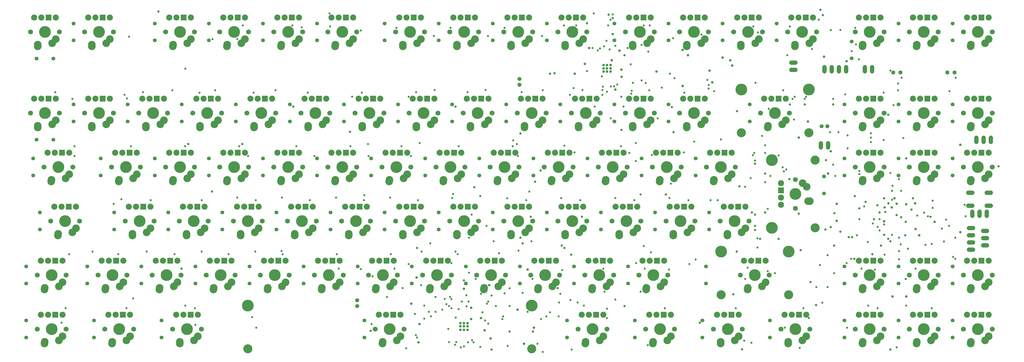
<source format=gbr>
G75*
%MOIN*%
%OFA0B0*%
%FSLAX25Y25*%
%IPPOS*%
%LPD*%
%AMOC8*
5,1,8,0,0,1.08239X$1,22.5*
%
%ADD10C,0.06165*%
%ADD11C,0.16339*%
%ADD12C,0.06890*%
%ADD13C,0.10591*%
%ADD14C,0.08465*%
%ADD15R,0.08465X0.08465*%
%ADD16C,0.12598*%
%ADD17OC8,0.05591*%
%ADD18C,0.05591*%
%ADD19C,0.05315*%
%ADD20OC8,0.05365*%
%ADD21C,0.03471*%
%ADD22OC8,0.03471*%
%ADD23C,0.02953*%
%ADD24C,0.02972*%
%ADD25C,0.03172*%
D10*
X1110089Y0289465D02*
X1110089Y0295039D01*
X1120089Y0295039D02*
X1120089Y0289465D01*
X1314438Y0226275D02*
X1320012Y0226275D01*
X1340038Y0226275D02*
X1345612Y0226275D01*
X1345612Y0208475D02*
X1340038Y0208475D01*
X1340025Y0200162D02*
X1340025Y0194588D01*
X1330025Y0194588D02*
X1330025Y0200162D01*
X1320025Y0200162D02*
X1320025Y0194588D01*
X1320012Y0208475D02*
X1314438Y0208475D01*
X1315313Y0177380D02*
X1320888Y0177380D01*
X1334802Y0173310D02*
X1340376Y0173310D01*
X1340376Y0163310D02*
X1334802Y0163310D01*
X1320888Y0167380D02*
X1315313Y0167380D01*
X1315313Y0157380D02*
X1320888Y0157380D01*
X1334802Y0153310D02*
X1340376Y0153310D01*
X1320888Y0147380D02*
X1315313Y0147380D01*
X1325650Y0297088D02*
X1325650Y0302662D01*
X1335650Y0302662D02*
X1335650Y0297088D01*
X1345650Y0297088D02*
X1345650Y0302662D01*
X1180901Y0395213D02*
X1180901Y0400787D01*
X1170901Y0400787D02*
X1170901Y0395213D01*
X1145089Y0395213D02*
X1145089Y0400787D01*
X1135089Y0400787D02*
X1135089Y0395213D01*
X1125089Y0395213D02*
X1125089Y0400787D01*
X1115089Y0400787D02*
X1115089Y0395213D01*
X1074550Y0397213D02*
X1068975Y0397213D01*
X1068975Y0407213D02*
X1074550Y0407213D01*
D11*
X1093298Y0369693D03*
X1046447Y0337252D03*
X0999597Y0369693D03*
X0933967Y0337252D03*
X0858967Y0337252D03*
X0783967Y0337252D03*
X0708967Y0337252D03*
X0633967Y0337252D03*
X0558967Y0337252D03*
X0483967Y0337252D03*
X0408967Y0337252D03*
X0333967Y0337252D03*
X0258967Y0337252D03*
X0183967Y0337252D03*
X0108967Y0337252D03*
X0033967Y0337252D03*
X0052707Y0262252D03*
X0146447Y0262252D03*
X0221447Y0262252D03*
X0296447Y0262252D03*
X0371447Y0262252D03*
X0446447Y0262252D03*
X0521447Y0262252D03*
X0596447Y0262252D03*
X0671447Y0262252D03*
X0746447Y0262252D03*
X0821447Y0262252D03*
X0896447Y0262252D03*
X0971447Y0262252D03*
X1042117Y0271602D03*
X1074557Y0224752D03*
X0990187Y0187252D03*
X1042117Y0177902D03*
X1065187Y0144693D03*
X1018337Y0112252D03*
X0971487Y0144693D03*
X0877707Y0112252D03*
X0802707Y0112252D03*
X0727707Y0112252D03*
X0652707Y0112252D03*
X0577707Y0112252D03*
X0502707Y0112252D03*
X0427707Y0112252D03*
X0352707Y0112252D03*
X0277707Y0112252D03*
X0202707Y0112252D03*
X0127707Y0112252D03*
X0043337Y0112252D03*
X0062077Y0187252D03*
X0165187Y0187252D03*
X0240187Y0187252D03*
X0315187Y0187252D03*
X0390187Y0187252D03*
X0465187Y0187252D03*
X0540187Y0187252D03*
X0615187Y0187252D03*
X0690187Y0187252D03*
X0765187Y0187252D03*
X0840187Y0187252D03*
X0915187Y0187252D03*
X1177707Y0262252D03*
X1252707Y0262252D03*
X1327707Y0262252D03*
X1327707Y0337252D03*
X1252707Y0337252D03*
X1177707Y0337252D03*
X1177707Y0449752D03*
X1252707Y0449752D03*
X1327707Y0449752D03*
X1083967Y0449752D03*
X1008967Y0449752D03*
X0933967Y0449752D03*
X0858967Y0449752D03*
X0765187Y0449752D03*
X0690187Y0449752D03*
X0615187Y0449752D03*
X0540187Y0449752D03*
X0446447Y0449752D03*
X0371447Y0449752D03*
X0296447Y0449752D03*
X0221447Y0449752D03*
X0108967Y0449752D03*
X0033967Y0449752D03*
X0315227Y0069693D03*
X0230817Y0037252D03*
X0137077Y0037252D03*
X0043337Y0037252D03*
X0512077Y0037252D03*
X0708928Y0069693D03*
X0793337Y0037252D03*
X0887077Y0037252D03*
X0980817Y0037252D03*
X1074557Y0037252D03*
X1177707Y0037252D03*
X1252707Y0037252D03*
X1327707Y0037252D03*
X1327707Y0112252D03*
X1252707Y0112252D03*
X1177707Y0112252D03*
D12*
X1197707Y0112252D03*
X1232707Y0112252D03*
X1272707Y0112252D03*
X1307707Y0112252D03*
X1347707Y0112252D03*
X1157707Y0112252D03*
X1038337Y0112252D03*
X0998337Y0112252D03*
X0897707Y0112252D03*
X0857707Y0112252D03*
X0822707Y0112252D03*
X0782707Y0112252D03*
X0747707Y0112252D03*
X0707707Y0112252D03*
X0672707Y0112252D03*
X0632707Y0112252D03*
X0597707Y0112252D03*
X0557707Y0112252D03*
X0522707Y0112252D03*
X0482707Y0112252D03*
X0447707Y0112252D03*
X0407707Y0112252D03*
X0372707Y0112252D03*
X0332707Y0112252D03*
X0297707Y0112252D03*
X0257707Y0112252D03*
X0222707Y0112252D03*
X0182707Y0112252D03*
X0147707Y0112252D03*
X0107707Y0112252D03*
X0063337Y0112252D03*
X0023337Y0112252D03*
X0042077Y0187252D03*
X0082077Y0187252D03*
X0145187Y0187252D03*
X0185187Y0187252D03*
X0220187Y0187252D03*
X0260187Y0187252D03*
X0295187Y0187252D03*
X0335187Y0187252D03*
X0370187Y0187252D03*
X0410187Y0187252D03*
X0445187Y0187252D03*
X0485187Y0187252D03*
X0520187Y0187252D03*
X0560187Y0187252D03*
X0595187Y0187252D03*
X0635187Y0187252D03*
X0670187Y0187252D03*
X0710187Y0187252D03*
X0745187Y0187252D03*
X0785187Y0187252D03*
X0820187Y0187252D03*
X0860187Y0187252D03*
X0895187Y0187252D03*
X0935187Y0187252D03*
X0970187Y0187252D03*
X1010187Y0187252D03*
X1074557Y0204752D03*
X1074557Y0244752D03*
X0991447Y0262252D03*
X0951447Y0262252D03*
X0916447Y0262252D03*
X0876447Y0262252D03*
X0841447Y0262252D03*
X0801447Y0262252D03*
X0766447Y0262252D03*
X0726447Y0262252D03*
X0691447Y0262252D03*
X0651447Y0262252D03*
X0616447Y0262252D03*
X0576447Y0262252D03*
X0541447Y0262252D03*
X0501447Y0262252D03*
X0466447Y0262252D03*
X0426447Y0262252D03*
X0391447Y0262252D03*
X0351447Y0262252D03*
X0316447Y0262252D03*
X0276447Y0262252D03*
X0241447Y0262252D03*
X0201447Y0262252D03*
X0166447Y0262252D03*
X0126447Y0262252D03*
X0072707Y0262252D03*
X0032707Y0262252D03*
X0013967Y0337252D03*
X0053967Y0337252D03*
X0088967Y0337252D03*
X0128967Y0337252D03*
X0163967Y0337252D03*
X0203967Y0337252D03*
X0238967Y0337252D03*
X0278967Y0337252D03*
X0313967Y0337252D03*
X0353967Y0337252D03*
X0388967Y0337252D03*
X0428967Y0337252D03*
X0463967Y0337252D03*
X0503967Y0337252D03*
X0538967Y0337252D03*
X0578967Y0337252D03*
X0613967Y0337252D03*
X0653967Y0337252D03*
X0688967Y0337252D03*
X0728967Y0337252D03*
X0763967Y0337252D03*
X0803967Y0337252D03*
X0838967Y0337252D03*
X0878967Y0337252D03*
X0913967Y0337252D03*
X0953967Y0337252D03*
X1026447Y0337252D03*
X1066447Y0337252D03*
X1157707Y0337252D03*
X1197707Y0337252D03*
X1232707Y0337252D03*
X1272707Y0337252D03*
X1307707Y0337252D03*
X1347707Y0337252D03*
X1347707Y0262252D03*
X1307707Y0262252D03*
X1272707Y0262252D03*
X1232707Y0262252D03*
X1197707Y0262252D03*
X1157707Y0262252D03*
X1157707Y0449752D03*
X1197707Y0449752D03*
X1232707Y0449752D03*
X1272707Y0449752D03*
X1307707Y0449752D03*
X1347707Y0449752D03*
X1103967Y0449752D03*
X1063967Y0449752D03*
X1028967Y0449752D03*
X0988967Y0449752D03*
X0953967Y0449752D03*
X0913967Y0449752D03*
X0878967Y0449752D03*
X0838967Y0449752D03*
X0785187Y0449752D03*
X0745187Y0449752D03*
X0710187Y0449752D03*
X0670187Y0449752D03*
X0635187Y0449752D03*
X0595187Y0449752D03*
X0560187Y0449752D03*
X0520187Y0449752D03*
X0466447Y0449752D03*
X0426447Y0449752D03*
X0391447Y0449752D03*
X0351447Y0449752D03*
X0316447Y0449752D03*
X0276447Y0449752D03*
X0241447Y0449752D03*
X0201447Y0449752D03*
X0128967Y0449752D03*
X0088967Y0449752D03*
X0053967Y0449752D03*
X0013967Y0449752D03*
X0023337Y0037252D03*
X0063337Y0037252D03*
X0117077Y0037252D03*
X0157077Y0037252D03*
X0210817Y0037252D03*
X0250817Y0037252D03*
X0492077Y0037252D03*
X0532077Y0037252D03*
X0773337Y0037252D03*
X0813337Y0037252D03*
X0867077Y0037252D03*
X0907077Y0037252D03*
X0960817Y0037252D03*
X1000817Y0037252D03*
X1054557Y0037252D03*
X1094557Y0037252D03*
X1157707Y0037252D03*
X1197707Y0037252D03*
X1232707Y0037252D03*
X1272707Y0037252D03*
X1307707Y0037252D03*
X1347707Y0037252D03*
D13*
X0033337Y0017252D03*
X0033494Y0019535D03*
X0053180Y0021504D03*
X0058337Y0027252D03*
X0127235Y0019535D03*
X0127077Y0017252D03*
X0146920Y0021504D03*
X0152077Y0027252D03*
X0220975Y0019535D03*
X0220817Y0017252D03*
X0240660Y0021504D03*
X0245817Y0027252D03*
X0267707Y0092252D03*
X0267865Y0094535D03*
X0287550Y0096504D03*
X0292707Y0102252D03*
X0342865Y0094535D03*
X0342707Y0092252D03*
X0362550Y0096504D03*
X0367707Y0102252D03*
X0417865Y0094535D03*
X0417707Y0092252D03*
X0437550Y0096504D03*
X0442707Y0102252D03*
X0492865Y0094535D03*
X0492707Y0092252D03*
X0512550Y0096504D03*
X0517707Y0102252D03*
X0567865Y0094535D03*
X0567707Y0092252D03*
X0587550Y0096504D03*
X0592707Y0102252D03*
X0642865Y0094535D03*
X0642707Y0092252D03*
X0662550Y0096504D03*
X0667707Y0102252D03*
X0717865Y0094535D03*
X0717707Y0092252D03*
X0737550Y0096504D03*
X0742707Y0102252D03*
X0792865Y0094535D03*
X0792707Y0092252D03*
X0812550Y0096504D03*
X0817707Y0102252D03*
X0867865Y0094535D03*
X0867707Y0092252D03*
X0887550Y0096504D03*
X0892707Y0102252D03*
X1008494Y0094535D03*
X1008337Y0092252D03*
X1028180Y0096504D03*
X1033337Y0102252D03*
X1167707Y0092252D03*
X1167865Y0094535D03*
X1187550Y0096504D03*
X1192707Y0102252D03*
X1242865Y0094535D03*
X1242707Y0092252D03*
X1262550Y0096504D03*
X1267707Y0102252D03*
X1317865Y0094535D03*
X1317707Y0092252D03*
X1337550Y0096504D03*
X1342707Y0102252D03*
X1342707Y0027252D03*
X1337550Y0021504D03*
X1317865Y0019535D03*
X1317707Y0017252D03*
X1267707Y0027252D03*
X1262550Y0021504D03*
X1242865Y0019535D03*
X1242707Y0017252D03*
X1192707Y0027252D03*
X1187550Y0021504D03*
X1167865Y0019535D03*
X1167707Y0017252D03*
X1089557Y0027252D03*
X1084400Y0021504D03*
X1064715Y0019535D03*
X1064557Y0017252D03*
X0995817Y0027252D03*
X0990660Y0021504D03*
X0970975Y0019535D03*
X0970817Y0017252D03*
X0902077Y0027252D03*
X0896920Y0021504D03*
X0877235Y0019535D03*
X0877077Y0017252D03*
X0808337Y0027252D03*
X0803180Y0021504D03*
X0783494Y0019535D03*
X0783337Y0017252D03*
X0527077Y0027252D03*
X0521920Y0021504D03*
X0502235Y0019535D03*
X0502077Y0017252D03*
X0217707Y0102252D03*
X0212550Y0096504D03*
X0192865Y0094535D03*
X0192707Y0092252D03*
X0142707Y0102252D03*
X0137550Y0096504D03*
X0117865Y0094535D03*
X0117707Y0092252D03*
X0058337Y0102252D03*
X0053180Y0096504D03*
X0033494Y0094535D03*
X0033337Y0092252D03*
X0052077Y0167252D03*
X0052235Y0169535D03*
X0071920Y0171504D03*
X0077077Y0177252D03*
X0155345Y0169535D03*
X0155187Y0167252D03*
X0175030Y0171504D03*
X0180187Y0177252D03*
X0230345Y0169535D03*
X0230187Y0167252D03*
X0250030Y0171504D03*
X0255187Y0177252D03*
X0305345Y0169535D03*
X0305187Y0167252D03*
X0325030Y0171504D03*
X0330187Y0177252D03*
X0380345Y0169535D03*
X0380187Y0167252D03*
X0400030Y0171504D03*
X0405187Y0177252D03*
X0455345Y0169535D03*
X0455187Y0167252D03*
X0475030Y0171504D03*
X0480187Y0177252D03*
X0530345Y0169535D03*
X0530187Y0167252D03*
X0550030Y0171504D03*
X0555187Y0177252D03*
X0605345Y0169535D03*
X0605187Y0167252D03*
X0625030Y0171504D03*
X0630187Y0177252D03*
X0680345Y0169535D03*
X0680187Y0167252D03*
X0700030Y0171504D03*
X0705187Y0177252D03*
X0755345Y0169535D03*
X0755187Y0167252D03*
X0775030Y0171504D03*
X0780187Y0177252D03*
X0830345Y0169535D03*
X0830187Y0167252D03*
X0850030Y0171504D03*
X0855187Y0177252D03*
X0905345Y0169535D03*
X0905187Y0167252D03*
X0925030Y0171504D03*
X0930187Y0177252D03*
X0980345Y0169535D03*
X0980187Y0167252D03*
X1000030Y0171504D03*
X1005187Y0177252D03*
X1092274Y0214909D03*
X1094557Y0214752D03*
X1090306Y0234594D03*
X1084557Y0239752D03*
X1167707Y0242252D03*
X1167865Y0244535D03*
X1187550Y0246504D03*
X1192707Y0252252D03*
X1242865Y0244535D03*
X1242707Y0242252D03*
X1262550Y0246504D03*
X1267707Y0252252D03*
X1317865Y0244535D03*
X1317707Y0242252D03*
X1337550Y0246504D03*
X1342707Y0252252D03*
X1317707Y0317252D03*
X1317865Y0319535D03*
X1337550Y0321504D03*
X1342707Y0327252D03*
X1267707Y0327252D03*
X1262550Y0321504D03*
X1242865Y0319535D03*
X1242707Y0317252D03*
X1192707Y0327252D03*
X1187550Y0321504D03*
X1167865Y0319535D03*
X1167707Y0317252D03*
X1061447Y0327252D03*
X1056290Y0321504D03*
X1036605Y0319535D03*
X1036447Y0317252D03*
X0948967Y0327252D03*
X0943809Y0321504D03*
X0924124Y0319535D03*
X0923967Y0317252D03*
X0873967Y0327252D03*
X0868809Y0321504D03*
X0849124Y0319535D03*
X0848967Y0317252D03*
X0798967Y0327252D03*
X0793809Y0321504D03*
X0774124Y0319535D03*
X0773967Y0317252D03*
X0723967Y0327252D03*
X0718809Y0321504D03*
X0699124Y0319535D03*
X0698967Y0317252D03*
X0648967Y0327252D03*
X0643809Y0321504D03*
X0624124Y0319535D03*
X0623967Y0317252D03*
X0573967Y0327252D03*
X0568809Y0321504D03*
X0549124Y0319535D03*
X0548967Y0317252D03*
X0498967Y0327252D03*
X0493809Y0321504D03*
X0474124Y0319535D03*
X0473967Y0317252D03*
X0423967Y0327252D03*
X0418809Y0321504D03*
X0399124Y0319535D03*
X0398967Y0317252D03*
X0348967Y0327252D03*
X0343809Y0321504D03*
X0324124Y0319535D03*
X0323967Y0317252D03*
X0273967Y0327252D03*
X0268809Y0321504D03*
X0249124Y0319535D03*
X0248967Y0317252D03*
X0198967Y0327252D03*
X0193809Y0321504D03*
X0174124Y0319535D03*
X0173967Y0317252D03*
X0123967Y0327252D03*
X0118809Y0321504D03*
X0099124Y0319535D03*
X0098967Y0317252D03*
X0048967Y0327252D03*
X0043809Y0321504D03*
X0024124Y0319535D03*
X0023967Y0317252D03*
X0067707Y0252252D03*
X0062550Y0246504D03*
X0042865Y0244535D03*
X0042707Y0242252D03*
X0136447Y0242252D03*
X0136605Y0244535D03*
X0156290Y0246504D03*
X0161447Y0252252D03*
X0211605Y0244535D03*
X0211447Y0242252D03*
X0231290Y0246504D03*
X0236447Y0252252D03*
X0286605Y0244535D03*
X0286447Y0242252D03*
X0306290Y0246504D03*
X0311447Y0252252D03*
X0361605Y0244535D03*
X0361447Y0242252D03*
X0381290Y0246504D03*
X0386447Y0252252D03*
X0436605Y0244535D03*
X0436447Y0242252D03*
X0456290Y0246504D03*
X0461447Y0252252D03*
X0511605Y0244535D03*
X0511447Y0242252D03*
X0531290Y0246504D03*
X0536447Y0252252D03*
X0586447Y0242252D03*
X0586605Y0244535D03*
X0606290Y0246504D03*
X0611447Y0252252D03*
X0661605Y0244535D03*
X0661447Y0242252D03*
X0681290Y0246504D03*
X0686447Y0252252D03*
X0736447Y0242252D03*
X0736605Y0244535D03*
X0756290Y0246504D03*
X0761447Y0252252D03*
X0811605Y0244535D03*
X0811447Y0242252D03*
X0831290Y0246504D03*
X0836447Y0252252D03*
X0886447Y0242252D03*
X0886605Y0244535D03*
X0906290Y0246504D03*
X0911447Y0252252D03*
X0961605Y0244535D03*
X0961447Y0242252D03*
X0981290Y0246504D03*
X0986447Y0252252D03*
X0998967Y0429752D03*
X0999124Y0432035D03*
X1018809Y0434004D03*
X1023967Y0439752D03*
X1074124Y0432035D03*
X1073967Y0429752D03*
X1093809Y0434004D03*
X1098967Y0439752D03*
X1167865Y0432035D03*
X1167707Y0429752D03*
X1187550Y0434004D03*
X1192707Y0439752D03*
X1242865Y0432035D03*
X1242707Y0429752D03*
X1262550Y0434004D03*
X1267707Y0439752D03*
X1317865Y0432035D03*
X1317707Y0429752D03*
X1337550Y0434004D03*
X1342707Y0439752D03*
X0948967Y0439752D03*
X0943809Y0434004D03*
X0924124Y0432035D03*
X0923967Y0429752D03*
X0873967Y0439752D03*
X0868809Y0434004D03*
X0849124Y0432035D03*
X0848967Y0429752D03*
X0780187Y0439752D03*
X0775030Y0434004D03*
X0755345Y0432035D03*
X0755187Y0429752D03*
X0705187Y0439752D03*
X0700030Y0434004D03*
X0680345Y0432035D03*
X0680187Y0429752D03*
X0630187Y0439752D03*
X0625030Y0434004D03*
X0605345Y0432035D03*
X0605187Y0429752D03*
X0555187Y0439752D03*
X0550030Y0434004D03*
X0530345Y0432035D03*
X0530187Y0429752D03*
X0461447Y0439752D03*
X0456290Y0434004D03*
X0436605Y0432035D03*
X0436447Y0429752D03*
X0386447Y0439752D03*
X0381290Y0434004D03*
X0361605Y0432035D03*
X0361447Y0429752D03*
X0311447Y0439752D03*
X0306290Y0434004D03*
X0286605Y0432035D03*
X0286447Y0429752D03*
X0236447Y0439752D03*
X0231290Y0434004D03*
X0211605Y0432035D03*
X0211447Y0429752D03*
X0123967Y0439752D03*
X0118809Y0434004D03*
X0099124Y0432035D03*
X0098967Y0429752D03*
X0048967Y0439752D03*
X0043809Y0434004D03*
X0024124Y0432035D03*
X0023967Y0429752D03*
D14*
X0028967Y0469752D03*
X0018967Y0469752D03*
X0048967Y0469752D03*
X0093967Y0469752D03*
X0103967Y0469752D03*
X0123967Y0469752D03*
X0206447Y0469752D03*
X0216447Y0469752D03*
X0236447Y0469752D03*
X0281447Y0469752D03*
X0291447Y0469752D03*
X0311447Y0469752D03*
X0356447Y0469752D03*
X0366447Y0469752D03*
X0386447Y0469752D03*
X0431447Y0469752D03*
X0441447Y0469752D03*
X0461447Y0469752D03*
X0525187Y0469752D03*
X0535187Y0469752D03*
X0555187Y0469752D03*
X0600187Y0469752D03*
X0610187Y0469752D03*
X0630187Y0469752D03*
X0675187Y0469752D03*
X0685187Y0469752D03*
X0705187Y0469752D03*
X0750187Y0469752D03*
X0760187Y0469752D03*
X0780187Y0469752D03*
X0843967Y0469752D03*
X0853967Y0469752D03*
X0873967Y0469752D03*
X0918967Y0469752D03*
X0928967Y0469752D03*
X0948967Y0469752D03*
X0993967Y0469752D03*
X1003967Y0469752D03*
X1023967Y0469752D03*
X1068967Y0469752D03*
X1078967Y0469752D03*
X1098967Y0469752D03*
X1162707Y0469752D03*
X1172707Y0469752D03*
X1192707Y0469752D03*
X1237707Y0469752D03*
X1247707Y0469752D03*
X1267707Y0469752D03*
X1312707Y0469752D03*
X1322707Y0469752D03*
X1342707Y0469752D03*
X1342707Y0357252D03*
X1322707Y0357252D03*
X1312707Y0357252D03*
X1267707Y0357252D03*
X1247707Y0357252D03*
X1237707Y0357252D03*
X1192707Y0357252D03*
X1172707Y0357252D03*
X1162707Y0357252D03*
X1061447Y0357252D03*
X1041447Y0357252D03*
X1031447Y0357252D03*
X0948967Y0357252D03*
X0928967Y0357252D03*
X0918967Y0357252D03*
X0873967Y0357252D03*
X0853967Y0357252D03*
X0843967Y0357252D03*
X0798967Y0357252D03*
X0778967Y0357252D03*
X0768967Y0357252D03*
X0723967Y0357252D03*
X0703967Y0357252D03*
X0693967Y0357252D03*
X0648967Y0357252D03*
X0628967Y0357252D03*
X0618967Y0357252D03*
X0573967Y0357252D03*
X0553967Y0357252D03*
X0543967Y0357252D03*
X0498967Y0357252D03*
X0478967Y0357252D03*
X0468967Y0357252D03*
X0423967Y0357252D03*
X0403967Y0357252D03*
X0393967Y0357252D03*
X0348967Y0357252D03*
X0328967Y0357252D03*
X0318967Y0357252D03*
X0273967Y0357252D03*
X0253967Y0357252D03*
X0243967Y0357252D03*
X0198967Y0357252D03*
X0178967Y0357252D03*
X0168967Y0357252D03*
X0123967Y0357252D03*
X0103967Y0357252D03*
X0093967Y0357252D03*
X0048967Y0357252D03*
X0028967Y0357252D03*
X0018967Y0357252D03*
X0037707Y0282252D03*
X0047707Y0282252D03*
X0067707Y0282252D03*
X0131447Y0282252D03*
X0141447Y0282252D03*
X0161447Y0282252D03*
X0206447Y0282252D03*
X0216447Y0282252D03*
X0236447Y0282252D03*
X0281447Y0282252D03*
X0291447Y0282252D03*
X0311447Y0282252D03*
X0356447Y0282252D03*
X0366447Y0282252D03*
X0386447Y0282252D03*
X0431447Y0282252D03*
X0441447Y0282252D03*
X0461447Y0282252D03*
X0506447Y0282252D03*
X0516447Y0282252D03*
X0536447Y0282252D03*
X0581447Y0282252D03*
X0591447Y0282252D03*
X0611447Y0282252D03*
X0656447Y0282252D03*
X0666447Y0282252D03*
X0686447Y0282252D03*
X0731447Y0282252D03*
X0741447Y0282252D03*
X0761447Y0282252D03*
X0806447Y0282252D03*
X0816447Y0282252D03*
X0836447Y0282252D03*
X0881447Y0282252D03*
X0891447Y0282252D03*
X0911447Y0282252D03*
X0956447Y0282252D03*
X0966447Y0282252D03*
X0986447Y0282252D03*
X1054557Y0239752D03*
X1054557Y0219752D03*
X1054557Y0209752D03*
X1005187Y0207252D03*
X0985187Y0207252D03*
X0975187Y0207252D03*
X0930187Y0207252D03*
X0910187Y0207252D03*
X0900187Y0207252D03*
X0855187Y0207252D03*
X0835187Y0207252D03*
X0825187Y0207252D03*
X0780187Y0207252D03*
X0760187Y0207252D03*
X0750187Y0207252D03*
X0705187Y0207252D03*
X0685187Y0207252D03*
X0675187Y0207252D03*
X0630187Y0207252D03*
X0610187Y0207252D03*
X0600187Y0207252D03*
X0555187Y0207252D03*
X0535187Y0207252D03*
X0525187Y0207252D03*
X0480187Y0207252D03*
X0460187Y0207252D03*
X0450187Y0207252D03*
X0405187Y0207252D03*
X0385187Y0207252D03*
X0375187Y0207252D03*
X0330187Y0207252D03*
X0310187Y0207252D03*
X0300187Y0207252D03*
X0255187Y0207252D03*
X0235187Y0207252D03*
X0225187Y0207252D03*
X0180187Y0207252D03*
X0160187Y0207252D03*
X0150187Y0207252D03*
X0077077Y0207252D03*
X0057077Y0207252D03*
X0047077Y0207252D03*
X0038337Y0132252D03*
X0028337Y0132252D03*
X0058337Y0132252D03*
X0112707Y0132252D03*
X0122707Y0132252D03*
X0142707Y0132252D03*
X0187707Y0132252D03*
X0197707Y0132252D03*
X0217707Y0132252D03*
X0262707Y0132252D03*
X0272707Y0132252D03*
X0292707Y0132252D03*
X0337707Y0132252D03*
X0347707Y0132252D03*
X0367707Y0132252D03*
X0412707Y0132252D03*
X0422707Y0132252D03*
X0442707Y0132252D03*
X0487707Y0132252D03*
X0497707Y0132252D03*
X0517707Y0132252D03*
X0562707Y0132252D03*
X0572707Y0132252D03*
X0592707Y0132252D03*
X0637707Y0132252D03*
X0647707Y0132252D03*
X0667707Y0132252D03*
X0712707Y0132252D03*
X0722707Y0132252D03*
X0742707Y0132252D03*
X0787707Y0132252D03*
X0797707Y0132252D03*
X0817707Y0132252D03*
X0862707Y0132252D03*
X0872707Y0132252D03*
X0892707Y0132252D03*
X1003337Y0132252D03*
X1013337Y0132252D03*
X1033337Y0132252D03*
X1162707Y0132252D03*
X1172707Y0132252D03*
X1192707Y0132252D03*
X1237707Y0132252D03*
X1247707Y0132252D03*
X1267707Y0132252D03*
X1312707Y0132252D03*
X1322707Y0132252D03*
X1342707Y0132252D03*
X1342707Y0057252D03*
X1322707Y0057252D03*
X1312707Y0057252D03*
X1267707Y0057252D03*
X1247707Y0057252D03*
X1237707Y0057252D03*
X1192707Y0057252D03*
X1172707Y0057252D03*
X1162707Y0057252D03*
X1089557Y0057252D03*
X1069557Y0057252D03*
X1059557Y0057252D03*
X0995817Y0057252D03*
X0975817Y0057252D03*
X0965817Y0057252D03*
X0902077Y0057252D03*
X0882077Y0057252D03*
X0872077Y0057252D03*
X0808337Y0057252D03*
X0788337Y0057252D03*
X0778337Y0057252D03*
X0527077Y0057252D03*
X0507077Y0057252D03*
X0497077Y0057252D03*
X0245817Y0057252D03*
X0225817Y0057252D03*
X0215817Y0057252D03*
X0152077Y0057252D03*
X0132077Y0057252D03*
X0122077Y0057252D03*
X0058337Y0057252D03*
X0038337Y0057252D03*
X0028337Y0057252D03*
X1162707Y0282252D03*
X1172707Y0282252D03*
X1192707Y0282252D03*
X1237707Y0282252D03*
X1247707Y0282252D03*
X1267707Y0282252D03*
X1312707Y0282252D03*
X1322707Y0282252D03*
X1342707Y0282252D03*
D15*
X1332707Y0282252D03*
X1257707Y0282252D03*
X1182707Y0282252D03*
X1054557Y0229752D03*
X0995187Y0207252D03*
X0920187Y0207252D03*
X0845187Y0207252D03*
X0770187Y0207252D03*
X0695187Y0207252D03*
X0620187Y0207252D03*
X0545187Y0207252D03*
X0470187Y0207252D03*
X0395187Y0207252D03*
X0320187Y0207252D03*
X0245187Y0207252D03*
X0170187Y0207252D03*
X0067077Y0207252D03*
X0048337Y0132252D03*
X0132707Y0132252D03*
X0207707Y0132252D03*
X0282707Y0132252D03*
X0357707Y0132252D03*
X0432707Y0132252D03*
X0507707Y0132252D03*
X0582707Y0132252D03*
X0657707Y0132252D03*
X0732707Y0132252D03*
X0807707Y0132252D03*
X0882707Y0132252D03*
X1023337Y0132252D03*
X1182707Y0132252D03*
X1257707Y0132252D03*
X1332707Y0132252D03*
X1332707Y0057252D03*
X1257707Y0057252D03*
X1182707Y0057252D03*
X1079557Y0057252D03*
X0985817Y0057252D03*
X0892077Y0057252D03*
X0798337Y0057252D03*
X0517077Y0057252D03*
X0235817Y0057252D03*
X0142077Y0057252D03*
X0048337Y0057252D03*
X0057707Y0282252D03*
X0151447Y0282252D03*
X0226447Y0282252D03*
X0301447Y0282252D03*
X0376447Y0282252D03*
X0451447Y0282252D03*
X0526447Y0282252D03*
X0601447Y0282252D03*
X0676447Y0282252D03*
X0751447Y0282252D03*
X0826447Y0282252D03*
X0901447Y0282252D03*
X0976447Y0282252D03*
X0938967Y0357252D03*
X0863967Y0357252D03*
X0788967Y0357252D03*
X0713967Y0357252D03*
X0638967Y0357252D03*
X0563967Y0357252D03*
X0488967Y0357252D03*
X0413967Y0357252D03*
X0338967Y0357252D03*
X0263967Y0357252D03*
X0188967Y0357252D03*
X0113967Y0357252D03*
X0038967Y0357252D03*
X0038967Y0469752D03*
X0113967Y0469752D03*
X0226447Y0469752D03*
X0301447Y0469752D03*
X0376447Y0469752D03*
X0451447Y0469752D03*
X0545187Y0469752D03*
X0620187Y0469752D03*
X0695187Y0469752D03*
X0770187Y0469752D03*
X0863967Y0469752D03*
X0938967Y0469752D03*
X1013967Y0469752D03*
X1088967Y0469752D03*
X1182707Y0469752D03*
X1257707Y0469752D03*
X1332707Y0469752D03*
X1332707Y0357252D03*
X1257707Y0357252D03*
X1182707Y0357252D03*
X1051447Y0357252D03*
D16*
X1093298Y0309693D03*
X0999597Y0309693D03*
X1102117Y0271602D03*
X1102117Y0177902D03*
X1065187Y0084693D03*
X0971487Y0084693D03*
X0708928Y0009693D03*
X0315227Y0009693D03*
D17*
X0466900Y0077000D03*
X1119089Y0318689D03*
X0691900Y0376500D03*
D18*
X0691900Y0384500D03*
X1111089Y0318689D03*
X0466900Y0069000D03*
D19*
X0476841Y0049063D03*
X0476841Y0025441D03*
X0467471Y0100441D03*
X0467471Y0124063D03*
X0542471Y0124063D03*
X0542471Y0100441D03*
X0617471Y0100441D03*
X0617471Y0124063D03*
X0692471Y0124063D03*
X0692471Y0100441D03*
X0767471Y0100441D03*
X0767471Y0124063D03*
X0842471Y0124063D03*
X0842471Y0100441D03*
X0950601Y0100441D03*
X0950601Y0124063D03*
X0954951Y0175441D03*
X0954951Y0199063D03*
X0879951Y0199063D03*
X0879951Y0175441D03*
X0804951Y0175441D03*
X0804951Y0199063D03*
X0729951Y0199063D03*
X0729951Y0175441D03*
X0654951Y0175441D03*
X0654951Y0199063D03*
X0579951Y0199063D03*
X0579951Y0175441D03*
X0504951Y0175441D03*
X0504951Y0199063D03*
X0429951Y0199063D03*
X0429951Y0175441D03*
X0354951Y0175441D03*
X0354951Y0199063D03*
X0279951Y0199063D03*
X0279951Y0175441D03*
X0204951Y0175441D03*
X0204951Y0199063D03*
X0129951Y0199063D03*
X0129951Y0175441D03*
X0026841Y0175441D03*
X0026841Y0199063D03*
X0017471Y0250441D03*
X0017471Y0274063D03*
X0022156Y0300175D03*
X0045778Y0300175D03*
X0111211Y0274063D03*
X0111211Y0250441D03*
X0186211Y0250441D03*
X0186211Y0274063D03*
X0261211Y0274063D03*
X0261211Y0250441D03*
X0336211Y0250441D03*
X0336211Y0274063D03*
X0411211Y0274063D03*
X0411211Y0250441D03*
X0486211Y0250441D03*
X0486211Y0274063D03*
X0561211Y0274063D03*
X0561211Y0250441D03*
X0636211Y0250441D03*
X0636211Y0274063D03*
X0711211Y0274063D03*
X0711211Y0250441D03*
X0786211Y0250441D03*
X0786211Y0274063D03*
X0861211Y0274063D03*
X0861211Y0250441D03*
X0936211Y0250441D03*
X0936211Y0274063D03*
X0898731Y0325441D03*
X0898731Y0349063D03*
X0823731Y0349063D03*
X0823731Y0325441D03*
X0748731Y0325441D03*
X0748731Y0349063D03*
X0673731Y0349063D03*
X0673731Y0325441D03*
X0598731Y0325441D03*
X0598731Y0349063D03*
X0523731Y0349063D03*
X0523731Y0325441D03*
X0448731Y0325441D03*
X0448731Y0349063D03*
X0373731Y0349063D03*
X0373731Y0325441D03*
X0298731Y0325441D03*
X0298731Y0349063D03*
X0223731Y0349063D03*
X0223731Y0325441D03*
X0148731Y0325441D03*
X0148731Y0349063D03*
X0073731Y0349063D03*
X0073731Y0325441D03*
X0045778Y0412675D03*
X0022156Y0412675D03*
X0073731Y0437941D03*
X0073731Y0461563D03*
X0186211Y0461563D03*
X0186211Y0437941D03*
X0261211Y0437941D03*
X0261211Y0461563D03*
X0336211Y0461563D03*
X0336211Y0437941D03*
X0411211Y0437941D03*
X0411211Y0461563D03*
X0504951Y0461563D03*
X0504951Y0437941D03*
X0579951Y0437941D03*
X0579951Y0461563D03*
X0654951Y0461563D03*
X0654951Y0437941D03*
X0729951Y0437941D03*
X0729951Y0461563D03*
X0823731Y0461563D03*
X0823731Y0437941D03*
X0898731Y0437941D03*
X0898731Y0461563D03*
X0973731Y0461563D03*
X0973731Y0437941D03*
X1048731Y0437941D03*
X1048731Y0461563D03*
X1152471Y0436563D03*
X1152471Y0412941D03*
X1217471Y0437941D03*
X1217471Y0461563D03*
X1292471Y0461563D03*
X1292471Y0437941D03*
X1292471Y0349063D03*
X1292471Y0325441D03*
X1217471Y0325441D03*
X1217471Y0349063D03*
X1142471Y0349063D03*
X1142471Y0325441D03*
X1011211Y0325441D03*
X1011211Y0349063D03*
X1142471Y0274063D03*
X1142471Y0250441D03*
X1114321Y0249063D03*
X1114321Y0225441D03*
X1217471Y0250441D03*
X1217471Y0274063D03*
X1292471Y0274063D03*
X1292471Y0250441D03*
X1292471Y0124063D03*
X1292471Y0100441D03*
X1217471Y0100441D03*
X1217471Y0124063D03*
X1142471Y0124063D03*
X1142471Y0100441D03*
X1142471Y0049063D03*
X1142471Y0025441D03*
X1217471Y0025441D03*
X1217471Y0049063D03*
X1292471Y0049063D03*
X1292471Y0025441D03*
X1039321Y0025441D03*
X1039321Y0049063D03*
X0945581Y0049063D03*
X0945581Y0025441D03*
X0851841Y0025441D03*
X0851841Y0049063D03*
X0758101Y0049063D03*
X0758101Y0025441D03*
X0392471Y0100441D03*
X0392471Y0124063D03*
X0317471Y0124063D03*
X0317471Y0100441D03*
X0242471Y0100441D03*
X0242471Y0124063D03*
X0167471Y0124063D03*
X0167471Y0100441D03*
X0092471Y0100441D03*
X0092471Y0124063D03*
X0008101Y0124063D03*
X0008101Y0100441D03*
X0008101Y0049063D03*
X0008101Y0025441D03*
X0101841Y0025441D03*
X0101841Y0049063D03*
X0195581Y0049063D03*
X0195581Y0025441D03*
D20*
X1210207Y0393502D03*
X1220207Y0393502D03*
X1285257Y0393502D03*
X1295257Y0393502D03*
D21*
X1145650Y0409250D03*
X1114400Y0415500D03*
X0986900Y0403000D03*
X0984400Y0410500D03*
X0973775Y0414250D03*
X0955650Y0396125D03*
X0959400Y0379875D03*
X0918150Y0374875D03*
X0881900Y0394875D03*
X0833775Y0387375D03*
X0833150Y0397375D03*
X0820025Y0410500D03*
X0830650Y0423625D03*
X0788775Y0427375D03*
X0821275Y0446750D03*
X0918150Y0424875D03*
X0925650Y0417375D03*
X0825025Y0369875D03*
X0768775Y0391750D03*
X0782525Y0405500D03*
X1079400Y0303000D03*
X1123775Y0284250D03*
X1120025Y0253000D03*
X1211900Y0218625D03*
X1215025Y0211125D03*
X1208150Y0206125D03*
X1228150Y0210500D03*
X1240650Y0211750D03*
X1267525Y0186125D03*
X1241275Y0176125D03*
X1246275Y0167375D03*
X1197525Y0186750D03*
X1131900Y0187375D03*
X1131900Y0211125D03*
X1303150Y0171750D03*
X1228150Y0082375D03*
X1209400Y0082375D03*
X0711900Y0039250D03*
X0698150Y0016750D03*
X0651900Y0024250D03*
X0643775Y0035500D03*
X0638775Y0052375D03*
X0625025Y0051125D03*
X0625025Y0066750D03*
X0689400Y0064250D03*
X0615025Y0093000D03*
X0650025Y0098000D03*
X0703150Y0119875D03*
X0549400Y0108625D03*
X0541900Y0072375D03*
X0553150Y0044250D03*
X0551900Y0018625D03*
X1303150Y0293000D03*
X1091900Y0325500D03*
D22*
X0818150Y0394875D03*
X0818150Y0399250D03*
X0818150Y0403625D03*
X0813150Y0403625D03*
X0808775Y0403625D03*
X0808775Y0399250D03*
X0813150Y0399250D03*
X0813150Y0394875D03*
X0808775Y0394875D03*
X0620025Y0045500D03*
X0620025Y0041125D03*
X0615025Y0041125D03*
X0615025Y0045500D03*
X0610025Y0045500D03*
X0610025Y0041125D03*
X0610025Y0036125D03*
X0615025Y0036125D03*
X0620025Y0036125D03*
D23*
X0648775Y0044875D03*
X0644400Y0049250D03*
X0716900Y0016750D03*
X0724400Y0005500D03*
X0675650Y0013625D03*
X0825025Y0078000D03*
X1013775Y0018000D03*
X1060025Y0039250D03*
X1103775Y0095500D03*
X1119400Y0095500D03*
X1108775Y0126125D03*
X1145650Y0128625D03*
X1151900Y0134875D03*
X1119400Y0139875D03*
X1175025Y0158000D03*
X1160025Y0167375D03*
X1188775Y0179250D03*
X1191275Y0174250D03*
X1208775Y0168000D03*
X1218150Y0164250D03*
X1220650Y0154875D03*
X1230650Y0148625D03*
X1218150Y0145500D03*
X1218150Y0134250D03*
X1255025Y0154250D03*
X1263775Y0155500D03*
X1280650Y0158625D03*
X1296275Y0164250D03*
X1277525Y0176750D03*
X1287525Y0180500D03*
X1283775Y0189250D03*
X1258150Y0193625D03*
X1253150Y0198625D03*
X1243775Y0194875D03*
X1265025Y0205500D03*
X1265025Y0215500D03*
X1221275Y0229250D03*
X1208775Y0229250D03*
X1209400Y0236125D03*
X1218150Y0245500D03*
X1206275Y0253625D03*
X1208775Y0216750D03*
X1170025Y0207375D03*
X1163150Y0189875D03*
X1181900Y0183625D03*
X1197525Y0182375D03*
X1191275Y0189875D03*
X1310650Y0193625D03*
X1309400Y0209875D03*
X1051275Y0278000D03*
X1032525Y0281750D03*
X1017525Y0281750D03*
X0934400Y0297375D03*
X1073775Y0359875D03*
X1089400Y0359875D03*
X1210650Y0348000D03*
X1216900Y0368625D03*
X1216900Y0378000D03*
X1221900Y0386125D03*
X1206275Y0396125D03*
X1152525Y0423000D03*
X1296900Y0386125D03*
X1288150Y0367375D03*
X1179400Y0309250D03*
X0961900Y0367375D03*
X0954400Y0371125D03*
X0954400Y0376125D03*
X0906900Y0385500D03*
X0900650Y0391750D03*
X0889400Y0372375D03*
X0871900Y0368625D03*
X0847525Y0368000D03*
X0806900Y0369250D03*
X0846275Y0404875D03*
X1036275Y0204250D03*
X1021900Y0163000D03*
X1021900Y0150500D03*
X0864400Y0152375D03*
D24*
X0874400Y0143625D03*
X0853775Y0128625D03*
X0865650Y0121125D03*
X0899400Y0119875D03*
X0927525Y0127375D03*
X0936275Y0133625D03*
X1008150Y0122375D03*
X1036275Y0117375D03*
X1046275Y0114875D03*
X1005025Y0106750D03*
X0991900Y0066125D03*
X1085650Y0066125D03*
X1111900Y0073625D03*
X1093150Y0052375D03*
X1146275Y0039250D03*
X1188775Y0066125D03*
X1175650Y0069875D03*
X1228150Y0069875D03*
X1263775Y0066125D03*
X1128150Y0114875D03*
X1166275Y0121125D03*
X1185025Y0119875D03*
X1198150Y0140500D03*
X1241275Y0121125D03*
X1293150Y0137375D03*
X1296275Y0134875D03*
X1032525Y0241125D03*
X1012525Y0246750D03*
X1005025Y0234875D03*
X1040025Y0249875D03*
X1058775Y0256125D03*
X1061900Y0258625D03*
X1056900Y0261750D03*
X1018775Y0271125D03*
X1015650Y0278625D03*
X1032525Y0292375D03*
X1028150Y0305500D03*
X0971275Y0300500D03*
X0920025Y0282375D03*
X0875650Y0278625D03*
X0853150Y0270500D03*
X0844400Y0281750D03*
X0832525Y0291125D03*
X0853150Y0295500D03*
X0768150Y0282375D03*
X0754400Y0291750D03*
X0690025Y0277375D03*
X0682525Y0291125D03*
X0688150Y0294250D03*
X0683150Y0299250D03*
X0607525Y0291125D03*
X0553775Y0295500D03*
X0528150Y0291125D03*
X0541275Y0277375D03*
X0482525Y0277375D03*
X0457525Y0291125D03*
X0481900Y0294250D03*
X0407525Y0277375D03*
X0382525Y0291125D03*
X0315650Y0277375D03*
X0303150Y0291125D03*
X0228150Y0291125D03*
X0153150Y0291125D03*
X0075025Y0291125D03*
X0075025Y0277375D03*
X0140025Y0217375D03*
X0129400Y0211125D03*
X0180650Y0216125D03*
X0251275Y0216125D03*
X0300650Y0219875D03*
X0326275Y0216125D03*
X0362525Y0219875D03*
X0401275Y0216125D03*
X0437525Y0219875D03*
X0476275Y0216125D03*
X0476900Y0223000D03*
X0512525Y0219875D03*
X0551275Y0216125D03*
X0598775Y0219250D03*
X0600025Y0224875D03*
X0637525Y0221750D03*
X0675025Y0218625D03*
X0701275Y0216125D03*
X0705650Y0228000D03*
X0750025Y0219250D03*
X0776275Y0216125D03*
X0825025Y0219250D03*
X0851275Y0216125D03*
X0860025Y0224250D03*
X0900025Y0219250D03*
X0926275Y0216125D03*
X0956900Y0216125D03*
X0966900Y0216125D03*
X0901900Y0239250D03*
X1126900Y0265500D03*
X1130025Y0249875D03*
X1163150Y0252375D03*
X1163150Y0256750D03*
X1146900Y0288000D03*
X1179400Y0296750D03*
X1179400Y0303000D03*
X1196900Y0299875D03*
X1224400Y0302375D03*
X1146900Y0306125D03*
X1134400Y0310500D03*
X1122525Y0310500D03*
X1072525Y0328000D03*
X1037525Y0343000D03*
X1070650Y0356750D03*
X1087525Y0356750D03*
X1057525Y0368625D03*
X1019400Y0379250D03*
X0952525Y0383000D03*
X0920650Y0365500D03*
X0866900Y0378625D03*
X0861275Y0382375D03*
X0849400Y0379250D03*
X0827525Y0376750D03*
X0823150Y0374250D03*
X0818775Y0374250D03*
X0807525Y0373625D03*
X0813150Y0366750D03*
X0806900Y0362375D03*
X0833150Y0359875D03*
X0846900Y0364250D03*
X0836275Y0346125D03*
X0796275Y0346125D03*
X0761900Y0362375D03*
X0766900Y0371750D03*
X0779400Y0369250D03*
X0806275Y0388000D03*
X0785650Y0395500D03*
X0800650Y0424250D03*
X0803775Y0426750D03*
X0809400Y0429875D03*
X0816900Y0425500D03*
X0825025Y0430500D03*
X0841900Y0427375D03*
X0861275Y0431750D03*
X0870650Y0422375D03*
X0905025Y0441125D03*
X0944400Y0446125D03*
X1016275Y0457375D03*
X1022525Y0449250D03*
X1066900Y0457375D03*
X1106900Y0466750D03*
X1123775Y0452375D03*
X1136900Y0452375D03*
X1157525Y0455500D03*
X1158775Y0432375D03*
X1097525Y0426125D03*
X1063150Y0417375D03*
X1162525Y0411750D03*
X1196900Y0365500D03*
X1143775Y0363000D03*
X1126900Y0356750D03*
X0883775Y0329875D03*
X0818775Y0329875D03*
X0724400Y0368625D03*
X0695025Y0366125D03*
X0645025Y0369250D03*
X0620025Y0366125D03*
X0574400Y0369250D03*
X0548775Y0366125D03*
X0538150Y0359875D03*
X0473150Y0365500D03*
X0460025Y0359875D03*
X0398150Y0365500D03*
X0353775Y0368625D03*
X0323150Y0365500D03*
X0270025Y0368625D03*
X0248150Y0365500D03*
X0210650Y0368625D03*
X0170025Y0366125D03*
X0147525Y0357375D03*
X0144400Y0362375D03*
X0071900Y0356750D03*
X0048150Y0366125D03*
X0228775Y0398625D03*
X0266275Y0439875D03*
X0300650Y0439875D03*
X0308150Y0458625D03*
X0376900Y0458625D03*
X0390025Y0456125D03*
X0429400Y0457375D03*
X0428775Y0475500D03*
X0471900Y0451750D03*
X0521275Y0455500D03*
X0573150Y0444250D03*
X0596275Y0455500D03*
X0648150Y0444250D03*
X0671275Y0455500D03*
X0723150Y0444250D03*
X0753775Y0458625D03*
X0770650Y0458625D03*
X0795025Y0475500D03*
X0818150Y0466750D03*
X0821275Y0474250D03*
X0815025Y0458625D03*
X0812525Y0437375D03*
X0793150Y0427375D03*
X0864400Y0458625D03*
X0872525Y0458625D03*
X0150650Y0443000D03*
X0625650Y0196125D03*
X0646275Y0180500D03*
X0621900Y0164250D03*
X0656275Y0159250D03*
X0690650Y0146125D03*
X0708775Y0159250D03*
X0663775Y0142375D03*
X0606275Y0141125D03*
X0603150Y0144875D03*
X0597525Y0128625D03*
X0621900Y0115500D03*
X0631275Y0106750D03*
X0678150Y0093625D03*
X0671275Y0086750D03*
X0653150Y0083625D03*
X0638775Y0086125D03*
X0618150Y0084250D03*
X0621275Y0075500D03*
X0618775Y0068625D03*
X0611900Y0075500D03*
X0597525Y0078625D03*
X0595650Y0081750D03*
X0588150Y0079250D03*
X0575650Y0081750D03*
X0590650Y0071750D03*
X0594400Y0069250D03*
X0597525Y0066125D03*
X0607525Y0064875D03*
X0585025Y0064250D03*
X0575650Y0061125D03*
X0569400Y0054875D03*
X0566275Y0061125D03*
X0546900Y0058000D03*
X0560025Y0051750D03*
X0593150Y0037375D03*
X0603775Y0053000D03*
X0640650Y0060500D03*
X0646900Y0072375D03*
X0648775Y0075500D03*
X0659400Y0069250D03*
X0678150Y0069250D03*
X0703150Y0061125D03*
X0721900Y0051125D03*
X0729400Y0054875D03*
X0734400Y0060500D03*
X0746275Y0054875D03*
X0781275Y0069875D03*
X0772525Y0074250D03*
X0762525Y0077375D03*
X0746900Y0074250D03*
X0748775Y0086125D03*
X0696275Y0087375D03*
X0710025Y0106750D03*
X0751275Y0119250D03*
X0808150Y0121125D03*
X0810025Y0089250D03*
X0860025Y0089250D03*
X0893775Y0066125D03*
X0813150Y0065500D03*
X0813150Y0052375D03*
X0870025Y0014875D03*
X0764400Y0008625D03*
X0668150Y0051125D03*
X0669400Y0054875D03*
X0626275Y0021750D03*
X0628150Y0018625D03*
X0620650Y0018625D03*
X0615025Y0013000D03*
X0610650Y0011750D03*
X0602525Y0015500D03*
X0604400Y0019250D03*
X0594400Y0019250D03*
X0637525Y0012375D03*
X0550025Y0025500D03*
X0548150Y0028625D03*
X0535025Y0010500D03*
X0486900Y0044250D03*
X0560025Y0069875D03*
X0508150Y0081750D03*
X0530025Y0094250D03*
X0555650Y0098000D03*
X0518775Y0121125D03*
X0538150Y0127375D03*
X0556275Y0144875D03*
X0568150Y0156125D03*
X0513775Y0141125D03*
X0471900Y0120500D03*
X0488150Y0110500D03*
X0441275Y0121125D03*
X0438775Y0141125D03*
X0363775Y0141125D03*
X0361900Y0145500D03*
X0325650Y0144875D03*
X0288775Y0141125D03*
X0251275Y0144875D03*
X0213775Y0141125D03*
X0175025Y0144875D03*
X0135650Y0141125D03*
X0100025Y0144875D03*
X0067525Y0141125D03*
X0156275Y0079875D03*
X0146900Y0066125D03*
X0228775Y0069875D03*
X0241900Y0066125D03*
X0242525Y0043000D03*
X0321275Y0053625D03*
X0326900Y0039250D03*
X0062525Y0066125D03*
X0056900Y0046125D03*
X1003775Y0021125D03*
X1080650Y0011125D03*
X1215025Y0011750D03*
D25*
X1206275Y0008625D03*
X1103150Y0070500D03*
X1095650Y0102375D03*
X1156275Y0134875D03*
X1181275Y0141125D03*
X1193150Y0153000D03*
X1206275Y0159250D03*
X1203150Y0162375D03*
X1197525Y0168000D03*
X1226900Y0167375D03*
X1227525Y0186125D03*
X1221275Y0192375D03*
X1215025Y0195500D03*
X1235650Y0203000D03*
X1261900Y0193000D03*
X1203775Y0211750D03*
X1198150Y0206125D03*
X1199400Y0199875D03*
X1191275Y0199250D03*
X1188150Y0209250D03*
X1197525Y0218625D03*
X1171900Y0213625D03*
X1163150Y0204875D03*
X1156900Y0221750D03*
X1128775Y0198000D03*
X1079400Y0197375D03*
X1116275Y0175500D03*
X1123775Y0178625D03*
X1136900Y0172375D03*
X1148775Y0164875D03*
X1153150Y0164875D03*
X1128150Y0153000D03*
X1081900Y0146750D03*
X1051275Y0162375D03*
X1025650Y0162375D03*
X1018775Y0174875D03*
X1018775Y0180500D03*
X1018775Y0196125D03*
X1014400Y0199250D03*
X1032525Y0199250D03*
X0996900Y0235500D03*
X1032525Y0253000D03*
X1018775Y0266750D03*
X1066275Y0245500D03*
X1116900Y0271750D03*
X1228150Y0274250D03*
X1356275Y0263000D03*
X1237525Y0218625D03*
X1183775Y0189875D03*
X0993150Y0144875D03*
X0988775Y0085500D03*
X0941900Y0046125D03*
X1000650Y0009250D03*
X0837525Y0069250D03*
X0745025Y0094250D03*
X0763775Y0140500D03*
X0754400Y0149875D03*
X0750650Y0153000D03*
X0696275Y0156125D03*
X0693150Y0164250D03*
X0707525Y0193000D03*
X0778775Y0193000D03*
X0895025Y0224250D03*
X0721275Y0257375D03*
X0713775Y0241750D03*
X0629400Y0234250D03*
X0693150Y0308625D03*
X0603150Y0346125D03*
X0734400Y0391750D03*
X0740650Y0392375D03*
X0837525Y0417375D03*
X0785650Y0461750D03*
X0815650Y0473625D03*
X0821275Y0469250D03*
X1109400Y0480500D03*
X1112525Y0473000D03*
X1126900Y0349250D03*
X1087525Y0349250D03*
X1066900Y0349250D03*
X0993775Y0339875D03*
X0903150Y0345500D03*
X0833150Y0313625D03*
X0905650Y0310500D03*
X1203150Y0334875D03*
X1227525Y0106750D03*
X0710650Y0033625D03*
X0678150Y0033625D03*
X0653150Y0008625D03*
X0485650Y0034875D03*
X0615025Y0104875D03*
X0550025Y0149875D03*
X0265650Y0228000D03*
X0232525Y0294250D03*
X0307525Y0294250D03*
X0378150Y0346125D03*
X0456900Y0311125D03*
X0191275Y0478000D03*
X0223150Y0121125D03*
M02*

</source>
